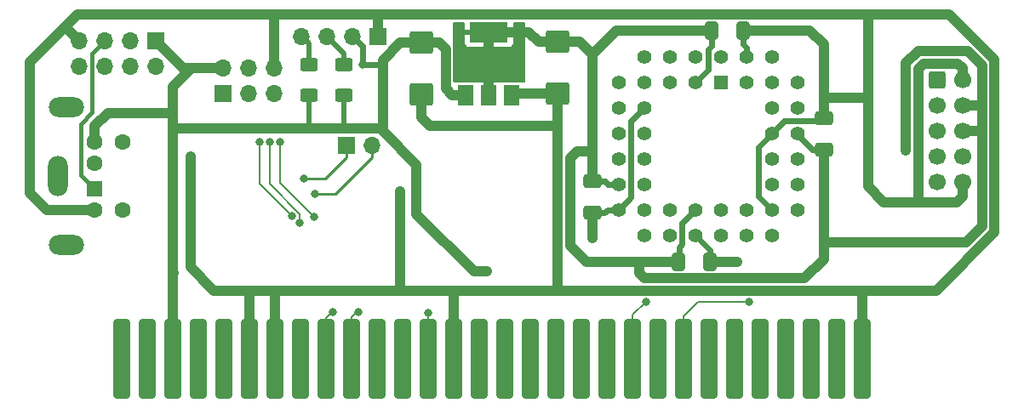
<source format=gbl>
G04 #@! TF.GenerationSoftware,KiCad,Pcbnew,7.0.10-148-g62bb553460*
G04 #@! TF.CreationDate,2024-11-24T17:13:43+03:00*
G04 #@! TF.ProjectId,ZX_BUS_Mouse,5a585f42-5553-45f4-9d6f-7573652e6b69,rev?*
G04 #@! TF.SameCoordinates,Original*
G04 #@! TF.FileFunction,Copper,L2,Bot*
G04 #@! TF.FilePolarity,Positive*
%FSLAX46Y46*%
G04 Gerber Fmt 4.6, Leading zero omitted, Abs format (unit mm)*
G04 Created by KiCad (PCBNEW 7.0.10-148-g62bb553460) date 2024-11-24 17:13:43*
%MOMM*%
%LPD*%
G01*
G04 APERTURE LIST*
G04 Aperture macros list*
%AMRoundRect*
0 Rectangle with rounded corners*
0 $1 Rounding radius*
0 $2 $3 $4 $5 $6 $7 $8 $9 X,Y pos of 4 corners*
0 Add a 4 corners polygon primitive as box body*
4,1,4,$2,$3,$4,$5,$6,$7,$8,$9,$2,$3,0*
0 Add four circle primitives for the rounded corners*
1,1,$1+$1,$2,$3*
1,1,$1+$1,$4,$5*
1,1,$1+$1,$6,$7*
1,1,$1+$1,$8,$9*
0 Add four rect primitives between the rounded corners*
20,1,$1+$1,$2,$3,$4,$5,0*
20,1,$1+$1,$4,$5,$6,$7,0*
20,1,$1+$1,$6,$7,$8,$9,0*
20,1,$1+$1,$8,$9,$2,$3,0*%
G04 Aperture macros list end*
G04 #@! TA.AperFunction,ComponentPad*
%ADD10R,1.700000X1.700000*%
G04 #@! TD*
G04 #@! TA.AperFunction,ComponentPad*
%ADD11O,1.700000X1.700000*%
G04 #@! TD*
G04 #@! TA.AperFunction,ComponentPad*
%ADD12R,1.600000X1.600000*%
G04 #@! TD*
G04 #@! TA.AperFunction,ComponentPad*
%ADD13C,1.600000*%
G04 #@! TD*
G04 #@! TA.AperFunction,ComponentPad*
%ADD14O,3.500000X2.000000*%
G04 #@! TD*
G04 #@! TA.AperFunction,ComponentPad*
%ADD15O,2.000000X4.000000*%
G04 #@! TD*
G04 #@! TA.AperFunction,ComponentPad*
%ADD16R,1.422400X1.422400*%
G04 #@! TD*
G04 #@! TA.AperFunction,ComponentPad*
%ADD17C,1.422400*%
G04 #@! TD*
G04 #@! TA.AperFunction,ComponentPad*
%ADD18RoundRect,0.250000X-0.600000X-0.600000X0.600000X-0.600000X0.600000X0.600000X-0.600000X0.600000X0*%
G04 #@! TD*
G04 #@! TA.AperFunction,ComponentPad*
%ADD19C,1.700000*%
G04 #@! TD*
G04 #@! TA.AperFunction,SMDPad,CuDef*
%ADD20RoundRect,0.250000X-0.412500X-0.650000X0.412500X-0.650000X0.412500X0.650000X-0.412500X0.650000X0*%
G04 #@! TD*
G04 #@! TA.AperFunction,SMDPad,CuDef*
%ADD21R,1.500000X2.000000*%
G04 #@! TD*
G04 #@! TA.AperFunction,SMDPad,CuDef*
%ADD22R,3.800000X2.000000*%
G04 #@! TD*
G04 #@! TA.AperFunction,SMDPad,CuDef*
%ADD23RoundRect,0.250000X-0.925000X0.875000X-0.925000X-0.875000X0.925000X-0.875000X0.925000X0.875000X0*%
G04 #@! TD*
G04 #@! TA.AperFunction,SMDPad,CuDef*
%ADD24RoundRect,0.250000X-0.650000X0.412500X-0.650000X-0.412500X0.650000X-0.412500X0.650000X0.412500X0*%
G04 #@! TD*
G04 #@! TA.AperFunction,SMDPad,CuDef*
%ADD25RoundRect,0.250000X0.625000X-0.400000X0.625000X0.400000X-0.625000X0.400000X-0.625000X-0.400000X0*%
G04 #@! TD*
G04 #@! TA.AperFunction,SMDPad,CuDef*
%ADD26RoundRect,0.250000X0.650000X-0.412500X0.650000X0.412500X-0.650000X0.412500X-0.650000X-0.412500X0*%
G04 #@! TD*
G04 #@! TA.AperFunction,SMDPad,CuDef*
%ADD27RoundRect,0.425000X-0.425000X3.575000X-0.425000X-3.575000X0.425000X-3.575000X0.425000X3.575000X0*%
G04 #@! TD*
G04 #@! TA.AperFunction,ViaPad*
%ADD28C,0.800000*%
G04 #@! TD*
G04 #@! TA.AperFunction,Conductor*
%ADD29C,1.000000*%
G04 #@! TD*
G04 #@! TA.AperFunction,Conductor*
%ADD30C,0.600000*%
G04 #@! TD*
G04 #@! TA.AperFunction,Conductor*
%ADD31C,0.200000*%
G04 #@! TD*
G04 #@! TA.AperFunction,Conductor*
%ADD32C,0.500000*%
G04 #@! TD*
G04 #@! TA.AperFunction,Conductor*
%ADD33C,0.400000*%
G04 #@! TD*
G04 #@! TA.AperFunction,Conductor*
%ADD34C,0.250000*%
G04 #@! TD*
G04 APERTURE END LIST*
D10*
X76325000Y-123800000D03*
D11*
X78865000Y-123800000D03*
D10*
X57400000Y-113360000D03*
D11*
X57400000Y-115900000D03*
X54860000Y-113360000D03*
X54860000Y-115900000D03*
X52320000Y-113360000D03*
X52320000Y-115900000D03*
X49780000Y-113360000D03*
X49780000Y-115900000D03*
D12*
X51300000Y-128100000D03*
D13*
X51300000Y-125500000D03*
X51300000Y-130200000D03*
X51300000Y-123400000D03*
X54100000Y-130200000D03*
X54100000Y-123400000D03*
D14*
X48450000Y-119950000D03*
D15*
X47650000Y-126800000D03*
D14*
X48450000Y-133650000D03*
D10*
X79500000Y-112900000D03*
D11*
X76960000Y-112900000D03*
X74420000Y-112900000D03*
X71880000Y-112900000D03*
D16*
X113570000Y-117468750D03*
D17*
X111030000Y-114928750D03*
X111030000Y-117468750D03*
X108490000Y-114928750D03*
X108490000Y-117468750D03*
X105950000Y-114928750D03*
X103410000Y-117468750D03*
X105950000Y-117468750D03*
X103410000Y-120008750D03*
X105950000Y-120008750D03*
X103410000Y-122548750D03*
X105950000Y-122548750D03*
X103410000Y-125088750D03*
X105950000Y-125088750D03*
X103410000Y-127628750D03*
X105950000Y-127628750D03*
X103410000Y-130168750D03*
X105950000Y-132708750D03*
X105950000Y-130168750D03*
X108490000Y-132708750D03*
X108490000Y-130168750D03*
X111030000Y-132708750D03*
X111030000Y-130168750D03*
X113570000Y-132708750D03*
X113570000Y-130168750D03*
X116110000Y-132708750D03*
X116110000Y-130168750D03*
X118650000Y-132708750D03*
X121190000Y-130168750D03*
X118650000Y-130168750D03*
X121190000Y-127628750D03*
X118650000Y-127628750D03*
X121190000Y-125088750D03*
X118650000Y-125088750D03*
X121190000Y-122548750D03*
X118650000Y-122548750D03*
X121190000Y-120008750D03*
X118650000Y-120008750D03*
X121190000Y-117468750D03*
X118650000Y-114928750D03*
X118650000Y-117468750D03*
X116110000Y-114928750D03*
X116110000Y-117468750D03*
X113570000Y-114928750D03*
D10*
X64025000Y-118575000D03*
D11*
X64025000Y-116035000D03*
X66565000Y-118575000D03*
X66565000Y-116035000D03*
X69105000Y-118575000D03*
X69105000Y-116035000D03*
D18*
X135060000Y-117258750D03*
D19*
X137600000Y-117258750D03*
X135060000Y-119798750D03*
X137600000Y-119798750D03*
X135060000Y-122338750D03*
X137600000Y-122338750D03*
X135060000Y-124878750D03*
X137600000Y-124878750D03*
X135060000Y-127418750D03*
X137600000Y-127418750D03*
D20*
X109337500Y-135318750D03*
X112462500Y-135318750D03*
D21*
X92800000Y-118768750D03*
X90500000Y-118768750D03*
D22*
X90500000Y-112468750D03*
D21*
X88200000Y-118768750D03*
D23*
X83800000Y-113550000D03*
X83800000Y-118650000D03*
D24*
X100800000Y-127356250D03*
X100800000Y-130481250D03*
D25*
X72600000Y-118800000D03*
X72600000Y-115700000D03*
X76100000Y-118800000D03*
X76100000Y-115700000D03*
D23*
X97300000Y-113468750D03*
X97300000Y-118568750D03*
D26*
X123800000Y-124181250D03*
X123800000Y-121056250D03*
D20*
X112637500Y-112318750D03*
X115762500Y-112318750D03*
D27*
X53975000Y-145034000D03*
X56515000Y-145034000D03*
X59055000Y-145034000D03*
X61595000Y-145034000D03*
X64135000Y-145034000D03*
X66675000Y-145034000D03*
X69215000Y-145034000D03*
X71755000Y-145034000D03*
X74295000Y-145034000D03*
X76835000Y-145034000D03*
X79375000Y-145034000D03*
X81915000Y-145034000D03*
X84455000Y-145034000D03*
X86995000Y-145034000D03*
X89535000Y-145034000D03*
X92075000Y-145034000D03*
X94615000Y-145034000D03*
X97155000Y-145034000D03*
X99695000Y-145034000D03*
X102235000Y-145034000D03*
X104775000Y-145034000D03*
X107315000Y-145034000D03*
X109855000Y-145034000D03*
X112395000Y-145034000D03*
X114935000Y-145034000D03*
X117475000Y-145034000D03*
X120015000Y-145034000D03*
X122555000Y-145034000D03*
X125095000Y-145034000D03*
X127635000Y-145034000D03*
D28*
X81700000Y-128300000D03*
X115200000Y-135300000D03*
X133200000Y-127500000D03*
X60850000Y-130850000D03*
X100800000Y-133000000D03*
X60825000Y-124825000D03*
X97300000Y-133000000D03*
X115200000Y-138200000D03*
X74995000Y-140318750D03*
X77535000Y-140318750D03*
X84500000Y-140400000D03*
X106100000Y-139300000D03*
X116360660Y-139300000D03*
X59055000Y-129400000D03*
X90300000Y-136300000D03*
X59105000Y-136450000D03*
X77950000Y-115750000D03*
X83282844Y-130582844D03*
X59055000Y-123300000D03*
X132000000Y-124300000D03*
X132000000Y-120700000D03*
X132000000Y-117400000D03*
X67701125Y-123447541D03*
X70905025Y-130794975D03*
X73100000Y-130900000D03*
X69700000Y-123400000D03*
X71700000Y-131500000D03*
X68699997Y-123400000D03*
X72100000Y-127100000D03*
X73200000Y-128600000D03*
D29*
X48350000Y-111950000D02*
X44800000Y-115500000D01*
X49581250Y-110718750D02*
X48350000Y-111950000D01*
X63100000Y-138200000D02*
X135000000Y-138200000D01*
X69105000Y-116035000D02*
X69105000Y-110723750D01*
X46500000Y-130200000D02*
X51300000Y-130200000D01*
X137600000Y-128818750D02*
X137600000Y-127418750D01*
D30*
X104621200Y-121337550D02*
X104621200Y-128957550D01*
D29*
X128200000Y-119000000D02*
X128200000Y-122318750D01*
D30*
X119880000Y-121318750D02*
X118650000Y-122548750D01*
D29*
X136318750Y-110718750D02*
X79500000Y-110718750D01*
X97300000Y-133000000D02*
X97300000Y-121600000D01*
X60800000Y-130800000D02*
X60850000Y-130850000D01*
D30*
X117281250Y-123917500D02*
X118650000Y-122548750D01*
D29*
X133697056Y-115618750D02*
X133200000Y-116115806D01*
X69215000Y-145034000D02*
X69215000Y-138200000D01*
X135000000Y-138200000D02*
X140800000Y-132400000D01*
X137600000Y-116056669D02*
X137162081Y-115618750D01*
D30*
X102018750Y-130481250D02*
X102331250Y-130168750D01*
D29*
X133200000Y-116115806D02*
X133200000Y-127500000D01*
X44800000Y-115500000D02*
X44800000Y-128500000D01*
X49780000Y-113360000D02*
X48370000Y-111950000D01*
X81700000Y-138200000D02*
X81700000Y-128300000D01*
X137600000Y-117258750D02*
X137600000Y-116056669D01*
X97300000Y-121600000D02*
X97300000Y-118568750D01*
X69105000Y-110723750D02*
X69100000Y-110718750D01*
D30*
X115181250Y-135318750D02*
X115200000Y-135300000D01*
D29*
X58300000Y-110718750D02*
X49581250Y-110718750D01*
D30*
X112462500Y-134141250D02*
X111030000Y-132708750D01*
X100800000Y-130481250D02*
X102018750Y-130481250D01*
D29*
X60800000Y-135900000D02*
X63100000Y-138200000D01*
X127635000Y-138200000D02*
X127635000Y-145034000D01*
X66675000Y-145034000D02*
X66675000Y-138200000D01*
D30*
X117281250Y-128800000D02*
X117281250Y-123917500D01*
D29*
X137162081Y-115618750D02*
X133697056Y-115618750D01*
D30*
X104621200Y-128957550D02*
X103410000Y-130168750D01*
D29*
X133200000Y-127500000D02*
X133200000Y-129418750D01*
X123800000Y-119000000D02*
X128200000Y-119000000D01*
X97300000Y-138200000D02*
X97300000Y-133000000D01*
X123800000Y-119000000D02*
X123800000Y-113700000D01*
X129800000Y-129418750D02*
X128200000Y-127818750D01*
X134000000Y-129418750D02*
X129800000Y-129418750D01*
X123800000Y-113700000D02*
X122418750Y-112318750D01*
D30*
X116110000Y-114010000D02*
X116110000Y-114928750D01*
X115762500Y-113662500D02*
X116110000Y-114010000D01*
D29*
X122418750Y-112318750D02*
X115762500Y-112318750D01*
D30*
X102331250Y-130168750D02*
X103410000Y-130168750D01*
D29*
X140800000Y-115200000D02*
X136318750Y-110718750D01*
X79500000Y-112900000D02*
X79500000Y-110718750D01*
X86995000Y-145034000D02*
X86995000Y-138700000D01*
X60825000Y-124825000D02*
X60800000Y-124850000D01*
X112462500Y-135318750D02*
X115181250Y-135318750D01*
X137000000Y-129418750D02*
X137600000Y-128818750D01*
X60800000Y-124850000D02*
X60800000Y-130800000D01*
X93000000Y-118568750D02*
X92800000Y-118768750D01*
X60100000Y-110718750D02*
X58300000Y-110718750D01*
D30*
X115762500Y-112318750D02*
X115762500Y-113662500D01*
D29*
X60850000Y-130850000D02*
X60800000Y-130900000D01*
X60800000Y-130900000D02*
X60800000Y-135900000D01*
X44800000Y-128500000D02*
X46500000Y-130200000D01*
X83800000Y-121000000D02*
X83800000Y-118650000D01*
X84600000Y-121800000D02*
X83800000Y-121000000D01*
X69100000Y-110718750D02*
X60100000Y-110718750D01*
X123800000Y-121056250D02*
X123800000Y-119000000D01*
D30*
X123537500Y-121318750D02*
X119880000Y-121318750D01*
D29*
X97300000Y-118568750D02*
X93000000Y-118568750D01*
X134000000Y-129418750D02*
X137000000Y-129418750D01*
X128200000Y-127818750D02*
X128200000Y-122318750D01*
D30*
X112462500Y-135318750D02*
X112462500Y-134141250D01*
D29*
X140800000Y-132400000D02*
X140800000Y-115200000D01*
D30*
X123800000Y-121056250D02*
X123537500Y-121318750D01*
D29*
X79500000Y-110718750D02*
X69100000Y-110718750D01*
D30*
X117281250Y-128800000D02*
X118650000Y-130168750D01*
D29*
X100800000Y-130481250D02*
X100800000Y-133000000D01*
D30*
X105950000Y-120008750D02*
X104621200Y-121337550D01*
D29*
X128200000Y-110718750D02*
X128200000Y-119000000D01*
X97100000Y-121800000D02*
X84600000Y-121800000D01*
D31*
X74295000Y-145034000D02*
X74295000Y-140905000D01*
X74881250Y-140318750D02*
X74995000Y-140318750D01*
X74295000Y-140905000D02*
X74881250Y-140318750D01*
X76835000Y-140865000D02*
X77381250Y-140318750D01*
X77381250Y-140318750D02*
X77535000Y-140318750D01*
X76835000Y-145034000D02*
X76835000Y-140865000D01*
X84455000Y-145034000D02*
X84455000Y-140445000D01*
X84455000Y-140445000D02*
X84500000Y-140400000D01*
X104775000Y-140625000D02*
X104775000Y-145034000D01*
X106100000Y-139300000D02*
X104775000Y-140625000D01*
X116360660Y-139300000D02*
X111300000Y-139300000D01*
X109855000Y-140745000D02*
X109855000Y-145034000D01*
X111300000Y-139300000D02*
X109855000Y-140745000D01*
D29*
X59055000Y-120500000D02*
X59055000Y-122100000D01*
X59055000Y-122100000D02*
X59055000Y-123300000D01*
X59055000Y-117945000D02*
X59055000Y-120500000D01*
X59105000Y-136450000D02*
X59055000Y-136500000D01*
X59055000Y-120500000D02*
X54600000Y-120500000D01*
X51300000Y-121800000D02*
X51300000Y-123400000D01*
X83800000Y-113550000D02*
X85550000Y-113550000D01*
D32*
X76100000Y-118800000D02*
X76100000Y-122100000D01*
D30*
X76960000Y-112900000D02*
X77950000Y-113890000D01*
D29*
X85550000Y-113550000D02*
X86200000Y-114200000D01*
X76100000Y-122100000D02*
X79600000Y-122100000D01*
X60965000Y-116035000D02*
X60075000Y-116035000D01*
X86200000Y-118100000D02*
X86868750Y-118768750D01*
X60075000Y-116035000D02*
X57400000Y-113360000D01*
X83800000Y-113550000D02*
X81650000Y-113550000D01*
X60965000Y-116035000D02*
X59055000Y-117945000D01*
X59055000Y-136400000D02*
X59105000Y-136450000D01*
X59055000Y-122100000D02*
X72600000Y-122100000D01*
X72600000Y-122100000D02*
X76100000Y-122100000D01*
X59055000Y-123300000D02*
X59055000Y-136400000D01*
D30*
X77950000Y-115750000D02*
X79900000Y-115750000D01*
D29*
X59055000Y-136500000D02*
X59055000Y-145034000D01*
D32*
X72600000Y-118800000D02*
X72600000Y-122100000D01*
D29*
X86868750Y-118768750D02*
X88200000Y-118768750D01*
X83300000Y-125700000D02*
X83300000Y-130565688D01*
X79950000Y-115250000D02*
X79950000Y-122350000D01*
X89000000Y-136300000D02*
X90300000Y-136300000D01*
X81650000Y-113550000D02*
X79950000Y-115250000D01*
X79950000Y-122350000D02*
X83300000Y-125700000D01*
D30*
X77950000Y-113890000D02*
X77950000Y-115750000D01*
D29*
X83300000Y-130565688D02*
X83282844Y-130582844D01*
X64025000Y-116035000D02*
X60965000Y-116035000D01*
X83282844Y-130582844D02*
X89000000Y-136300000D01*
X54600000Y-120500000D02*
X52600000Y-120500000D01*
X86200000Y-114200000D02*
X86200000Y-118100000D01*
X52600000Y-120500000D02*
X51300000Y-121800000D01*
X99550000Y-113468750D02*
X97300000Y-113468750D01*
X99300000Y-124318750D02*
X98600000Y-125018750D01*
D30*
X109400000Y-135256250D02*
X109400000Y-133900000D01*
D29*
X123800000Y-135118750D02*
X123800000Y-133418750D01*
X133200000Y-114318750D02*
X132000000Y-115518750D01*
X137600000Y-119798750D02*
X139598750Y-119798750D01*
X121918750Y-137000000D02*
X123800000Y-135118750D01*
X139600000Y-119800000D02*
X139600000Y-115818750D01*
X95468750Y-113468750D02*
X97300000Y-113468750D01*
D30*
X102056250Y-127356250D02*
X102328750Y-127628750D01*
D29*
X139600000Y-131818750D02*
X138000000Y-133418750D01*
D30*
X102328750Y-127628750D02*
X103410000Y-127628750D01*
D29*
X105500000Y-135318750D02*
X109337500Y-135318750D01*
D30*
X123800000Y-124181250D02*
X122681250Y-124181250D01*
D29*
X90500000Y-118768750D02*
X90500000Y-112468750D01*
X94468750Y-112468750D02*
X95468750Y-113468750D01*
D30*
X112637500Y-113821300D02*
X112300000Y-114158800D01*
D29*
X138100000Y-114318750D02*
X133200000Y-114318750D01*
D30*
X109700000Y-131498750D02*
X111030000Y-130168750D01*
X121190000Y-122690000D02*
X121190000Y-122548750D01*
D29*
X98600000Y-125018750D02*
X98600000Y-133718750D01*
X139600000Y-121758750D02*
X139600000Y-131818750D01*
D30*
X112637500Y-112318750D02*
X112637500Y-113821300D01*
D29*
X100800000Y-124318750D02*
X100800000Y-114718750D01*
X100800000Y-127356250D02*
X100800000Y-124318750D01*
X105500000Y-136500000D02*
X106000000Y-137000000D01*
X98600000Y-133718750D02*
X100200000Y-135318750D01*
D30*
X112300000Y-114158800D02*
X112300000Y-116198750D01*
X122681250Y-124181250D02*
X121190000Y-122690000D01*
D29*
X139598750Y-119798750D02*
X139600000Y-119800000D01*
D30*
X109400000Y-133900000D02*
X109701200Y-133598800D01*
X100800000Y-127356250D02*
X102056250Y-127356250D01*
X109701200Y-131499950D02*
X109700000Y-131498750D01*
D29*
X138000000Y-133418750D02*
X123800000Y-133418750D01*
X90500000Y-112468750D02*
X94468750Y-112468750D01*
X100800000Y-114718750D02*
X103200000Y-112318750D01*
X100200000Y-135318750D02*
X105500000Y-135318750D01*
X132000000Y-120700000D02*
X132000000Y-124300000D01*
X105500000Y-135318750D02*
X105500000Y-136500000D01*
X139600000Y-115818750D02*
X138100000Y-114318750D01*
D30*
X112300000Y-116198750D02*
X111030000Y-117468750D01*
D29*
X100800000Y-114718750D02*
X99550000Y-113468750D01*
X132000000Y-115518750D02*
X132000000Y-120700000D01*
X137600000Y-122338750D02*
X139600000Y-122338750D01*
X100800000Y-124318750D02*
X99300000Y-124318750D01*
X123800000Y-133418750D02*
X123800000Y-124181250D01*
X90500000Y-112468750D02*
X90550000Y-112418750D01*
X106000000Y-137000000D02*
X121918750Y-137000000D01*
X139600000Y-121758750D02*
X139600000Y-119800000D01*
D30*
X109701200Y-133598800D02*
X109701200Y-131499950D01*
D29*
X103200000Y-112318750D02*
X112637500Y-112318750D01*
D33*
X49900000Y-126700000D02*
X49900000Y-121614950D01*
X49900000Y-121614950D02*
X51030000Y-120484950D01*
X51300000Y-128100000D02*
X49900000Y-126700000D01*
X51030000Y-120484950D02*
X51030000Y-114650000D01*
X51030000Y-114650000D02*
X52320000Y-113360000D01*
D31*
X70894975Y-130794975D02*
X70905025Y-130794975D01*
X67700000Y-123448666D02*
X67700000Y-127600000D01*
X67701125Y-123447541D02*
X67700000Y-123448666D01*
X67700000Y-127600000D02*
X70894975Y-130794975D01*
X69700000Y-127500000D02*
X73100000Y-130900000D01*
X69700000Y-123400000D02*
X69700000Y-127500000D01*
X68699997Y-123400000D02*
X68699997Y-127599997D01*
X68699997Y-127599997D02*
X71700000Y-130600000D01*
X71700000Y-130600000D02*
X71700000Y-131500000D01*
D32*
X71880000Y-112900000D02*
X72600000Y-113620000D01*
X72600000Y-113620000D02*
X72600000Y-115700000D01*
X74420000Y-112900000D02*
X76100000Y-114580000D01*
X76100000Y-114580000D02*
X76100000Y-115700000D01*
D34*
X74200000Y-127100000D02*
X76325000Y-124975000D01*
X72100000Y-127100000D02*
X74200000Y-127100000D01*
X76325000Y-124975000D02*
X76325000Y-123800000D01*
X75200000Y-128600000D02*
X78865000Y-124935000D01*
X78865000Y-124935000D02*
X78865000Y-123800000D01*
X73200000Y-128600000D02*
X75200000Y-128600000D01*
G04 #@! TA.AperFunction,Conductor*
G36*
X88043039Y-111488935D02*
G01*
X88088794Y-111541739D01*
X88100000Y-111593250D01*
X88100000Y-112218750D01*
X92900000Y-112218750D01*
X92900000Y-111593250D01*
X92919685Y-111526211D01*
X92972489Y-111480456D01*
X93024000Y-111469250D01*
X93976000Y-111469250D01*
X94043039Y-111488935D01*
X94088794Y-111541739D01*
X94100000Y-111593250D01*
X94100000Y-117376000D01*
X94080315Y-117443039D01*
X94027511Y-117488794D01*
X93976000Y-117500000D01*
X87074500Y-117500000D01*
X87007461Y-117480315D01*
X86961706Y-117427511D01*
X86950500Y-117376000D01*
X86950500Y-114263705D01*
X86951809Y-114245735D01*
X86952129Y-114243547D01*
X86955289Y-114221977D01*
X86950972Y-114172630D01*
X86950500Y-114161822D01*
X86950500Y-114156296D01*
X86950500Y-114156291D01*
X86946901Y-114125509D01*
X86946536Y-114121929D01*
X86939999Y-114047201D01*
X86938539Y-114040129D01*
X86938597Y-114040116D01*
X86936965Y-114032757D01*
X86936906Y-114032772D01*
X86935242Y-114025753D01*
X86935241Y-114025745D01*
X86909591Y-113955273D01*
X86908407Y-113951866D01*
X86906293Y-113945486D01*
X86900000Y-113906484D01*
X86900000Y-112718750D01*
X88100000Y-112718750D01*
X88100000Y-113516594D01*
X88106401Y-113576122D01*
X88106403Y-113576129D01*
X88156645Y-113710836D01*
X88156649Y-113710843D01*
X88242809Y-113825937D01*
X88242812Y-113825940D01*
X88357906Y-113912100D01*
X88357913Y-113912104D01*
X88492620Y-113962346D01*
X88492627Y-113962348D01*
X88552155Y-113968749D01*
X88552172Y-113968750D01*
X90250000Y-113968750D01*
X90250000Y-112718750D01*
X90750000Y-112718750D01*
X90750000Y-113968750D01*
X92447828Y-113968750D01*
X92447844Y-113968749D01*
X92507372Y-113962348D01*
X92507379Y-113962346D01*
X92642086Y-113912104D01*
X92642093Y-113912100D01*
X92757187Y-113825940D01*
X92757190Y-113825937D01*
X92843350Y-113710843D01*
X92843354Y-113710836D01*
X92893596Y-113576129D01*
X92893598Y-113576122D01*
X92899999Y-113516594D01*
X92900000Y-113516577D01*
X92900000Y-112718750D01*
X90750000Y-112718750D01*
X90250000Y-112718750D01*
X88100000Y-112718750D01*
X86900000Y-112718750D01*
X86900000Y-111593250D01*
X86919685Y-111526211D01*
X86972489Y-111480456D01*
X87024000Y-111469250D01*
X87976000Y-111469250D01*
X88043039Y-111488935D01*
G37*
G04 #@! TD.AperFunction*
M02*

</source>
